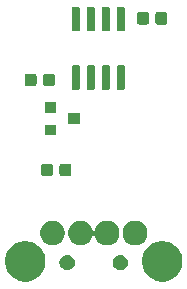
<source format=gbr>
G04 #@! TF.GenerationSoftware,KiCad,Pcbnew,(5.1.5)-3*
G04 #@! TF.CreationDate,2021-04-30T23:34:10+03:00*
G04 #@! TF.ProjectId,HM10USBDongle,484d3130-5553-4424-946f-6e676c652e6b,rev?*
G04 #@! TF.SameCoordinates,Original*
G04 #@! TF.FileFunction,Soldermask,Bot*
G04 #@! TF.FilePolarity,Negative*
%FSLAX46Y46*%
G04 Gerber Fmt 4.6, Leading zero omitted, Abs format (unit mm)*
G04 Created by KiCad (PCBNEW (5.1.5)-3) date 2021-04-30 23:34:10*
%MOMM*%
%LPD*%
G04 APERTURE LIST*
%ADD10C,0.100000*%
G04 APERTURE END LIST*
D10*
G36*
X139918354Y-93330375D02*
G01*
X140028439Y-93352272D01*
X140339534Y-93481132D01*
X140619512Y-93668207D01*
X140857613Y-93906308D01*
X141044688Y-94186286D01*
X141161622Y-94468588D01*
X141173548Y-94497382D01*
X141231049Y-94786454D01*
X141239240Y-94827637D01*
X141239240Y-95164363D01*
X141173548Y-95494619D01*
X141044688Y-95805714D01*
X140857613Y-96085692D01*
X140619512Y-96323793D01*
X140339534Y-96510868D01*
X140028439Y-96639728D01*
X139918354Y-96661625D01*
X139698185Y-96705420D01*
X139361455Y-96705420D01*
X139141286Y-96661625D01*
X139031201Y-96639728D01*
X138720106Y-96510868D01*
X138440128Y-96323793D01*
X138202027Y-96085692D01*
X138014952Y-95805714D01*
X137886092Y-95494619D01*
X137820400Y-95164363D01*
X137820400Y-94827637D01*
X137828592Y-94786454D01*
X137886092Y-94497382D01*
X137898019Y-94468588D01*
X138014952Y-94186286D01*
X138202027Y-93906308D01*
X138440128Y-93668207D01*
X138720106Y-93481132D01*
X139031201Y-93352272D01*
X139141286Y-93330375D01*
X139361455Y-93286580D01*
X139698185Y-93286580D01*
X139918354Y-93330375D01*
G37*
G36*
X128320714Y-93330375D02*
G01*
X128430799Y-93352272D01*
X128741894Y-93481132D01*
X129021872Y-93668207D01*
X129259973Y-93906308D01*
X129447048Y-94186286D01*
X129563982Y-94468588D01*
X129575908Y-94497382D01*
X129633409Y-94786454D01*
X129641600Y-94827637D01*
X129641600Y-95164363D01*
X129575908Y-95494619D01*
X129447048Y-95805714D01*
X129259973Y-96085692D01*
X129021872Y-96323793D01*
X128741894Y-96510868D01*
X128430799Y-96639728D01*
X128320714Y-96661625D01*
X128100545Y-96705420D01*
X127763815Y-96705420D01*
X127543646Y-96661625D01*
X127433561Y-96639728D01*
X127122466Y-96510868D01*
X126842488Y-96323793D01*
X126604387Y-96085692D01*
X126417312Y-95805714D01*
X126288452Y-95494619D01*
X126222760Y-95164363D01*
X126222760Y-94827637D01*
X126230952Y-94786454D01*
X126288452Y-94497382D01*
X126300379Y-94468588D01*
X126417312Y-94186286D01*
X126604387Y-93906308D01*
X126842488Y-93668207D01*
X127122466Y-93481132D01*
X127433561Y-93352272D01*
X127543646Y-93330375D01*
X127763815Y-93286580D01*
X128100545Y-93286580D01*
X128320714Y-93330375D01*
G37*
G36*
X136168937Y-94468587D02*
G01*
X136287507Y-94517700D01*
X136394211Y-94588997D01*
X136484963Y-94679749D01*
X136556260Y-94786453D01*
X136605373Y-94905023D01*
X136630410Y-95030891D01*
X136630410Y-95159229D01*
X136605373Y-95285097D01*
X136556260Y-95403667D01*
X136484963Y-95510371D01*
X136394211Y-95601123D01*
X136287507Y-95672420D01*
X136168937Y-95721533D01*
X136043069Y-95746570D01*
X135914731Y-95746570D01*
X135788863Y-95721533D01*
X135670293Y-95672420D01*
X135563589Y-95601123D01*
X135472837Y-95510371D01*
X135401540Y-95403667D01*
X135352427Y-95285097D01*
X135327390Y-95159229D01*
X135327390Y-95030891D01*
X135352427Y-94905023D01*
X135401540Y-94786453D01*
X135472837Y-94679749D01*
X135563589Y-94588997D01*
X135670293Y-94517700D01*
X135788863Y-94468587D01*
X135914731Y-94443550D01*
X136043069Y-94443550D01*
X136168937Y-94468587D01*
G37*
G36*
X131673137Y-94468587D02*
G01*
X131791707Y-94517700D01*
X131898411Y-94588997D01*
X131989163Y-94679749D01*
X132060460Y-94786453D01*
X132109573Y-94905023D01*
X132134610Y-95030891D01*
X132134610Y-95159229D01*
X132109573Y-95285097D01*
X132060460Y-95403667D01*
X131989163Y-95510371D01*
X131898411Y-95601123D01*
X131791707Y-95672420D01*
X131673137Y-95721533D01*
X131547269Y-95746570D01*
X131418931Y-95746570D01*
X131293063Y-95721533D01*
X131174493Y-95672420D01*
X131067789Y-95601123D01*
X130977037Y-95510371D01*
X130905740Y-95403667D01*
X130856627Y-95285097D01*
X130831590Y-95159229D01*
X130831590Y-95030891D01*
X130856627Y-94905023D01*
X130905740Y-94786453D01*
X130977037Y-94679749D01*
X131067789Y-94588997D01*
X131174493Y-94517700D01*
X131293063Y-94468587D01*
X131418931Y-94443550D01*
X131547269Y-94443550D01*
X131673137Y-94468587D01*
G37*
G36*
X137532345Y-91596860D02*
G01*
X137721868Y-91675363D01*
X137892434Y-91789332D01*
X138037488Y-91934386D01*
X138151457Y-92104952D01*
X138229960Y-92294475D01*
X138269980Y-92495671D01*
X138269980Y-92700809D01*
X138229960Y-92902005D01*
X138151457Y-93091528D01*
X138037488Y-93262094D01*
X137892434Y-93407148D01*
X137721868Y-93521117D01*
X137721867Y-93521118D01*
X137721866Y-93521118D01*
X137532345Y-93599620D01*
X137331150Y-93639640D01*
X137126010Y-93639640D01*
X136924815Y-93599620D01*
X136735294Y-93521118D01*
X136735293Y-93521118D01*
X136735292Y-93521117D01*
X136564726Y-93407148D01*
X136419672Y-93262094D01*
X136305703Y-93091528D01*
X136227200Y-92902005D01*
X136187180Y-92700809D01*
X136187180Y-92495671D01*
X136227200Y-92294475D01*
X136305703Y-92104952D01*
X136419672Y-91934386D01*
X136564726Y-91789332D01*
X136735292Y-91675363D01*
X136924815Y-91596860D01*
X137126010Y-91556840D01*
X137331150Y-91556840D01*
X137532345Y-91596860D01*
G37*
G36*
X130537185Y-91596860D02*
G01*
X130726708Y-91675363D01*
X130897274Y-91789332D01*
X131042328Y-91934386D01*
X131156297Y-92104952D01*
X131234800Y-92294475D01*
X131274820Y-92495671D01*
X131274820Y-92700809D01*
X131234800Y-92902005D01*
X131156297Y-93091528D01*
X131042328Y-93262094D01*
X130897274Y-93407148D01*
X130726708Y-93521117D01*
X130726707Y-93521118D01*
X130726706Y-93521118D01*
X130537185Y-93599620D01*
X130335990Y-93639640D01*
X130130850Y-93639640D01*
X129929655Y-93599620D01*
X129740134Y-93521118D01*
X129740133Y-93521118D01*
X129740132Y-93521117D01*
X129569566Y-93407148D01*
X129424512Y-93262094D01*
X129310543Y-93091528D01*
X129232040Y-92902005D01*
X129192020Y-92700809D01*
X129192020Y-92495671D01*
X129232040Y-92294475D01*
X129310543Y-92104952D01*
X129424512Y-91934386D01*
X129569566Y-91789332D01*
X129740132Y-91675363D01*
X129929655Y-91596860D01*
X130130850Y-91556840D01*
X130335990Y-91556840D01*
X130537185Y-91596860D01*
G37*
G36*
X132909545Y-91596860D02*
G01*
X133099068Y-91675363D01*
X133269634Y-91789332D01*
X133414688Y-91934386D01*
X133414689Y-91934388D01*
X133528658Y-92104954D01*
X133607160Y-92294475D01*
X133608403Y-92300725D01*
X133615516Y-92324174D01*
X133627067Y-92345784D01*
X133642612Y-92364726D01*
X133661554Y-92380272D01*
X133683165Y-92391823D01*
X133706613Y-92398936D01*
X133731000Y-92401338D01*
X133755386Y-92398936D01*
X133778835Y-92391823D01*
X133800445Y-92380272D01*
X133819387Y-92364727D01*
X133834933Y-92345785D01*
X133846484Y-92324174D01*
X133853597Y-92300725D01*
X133854840Y-92294475D01*
X133933342Y-92104954D01*
X134047311Y-91934388D01*
X134047312Y-91934386D01*
X134192366Y-91789332D01*
X134362932Y-91675363D01*
X134552455Y-91596860D01*
X134753650Y-91556840D01*
X134958790Y-91556840D01*
X135159985Y-91596860D01*
X135349508Y-91675363D01*
X135520074Y-91789332D01*
X135665128Y-91934386D01*
X135779097Y-92104952D01*
X135857600Y-92294475D01*
X135897620Y-92495671D01*
X135897620Y-92700809D01*
X135857600Y-92902005D01*
X135779097Y-93091528D01*
X135665128Y-93262094D01*
X135520074Y-93407148D01*
X135349508Y-93521117D01*
X135349507Y-93521118D01*
X135349506Y-93521118D01*
X135159985Y-93599620D01*
X134958790Y-93639640D01*
X134753650Y-93639640D01*
X134552455Y-93599620D01*
X134362934Y-93521118D01*
X134362933Y-93521118D01*
X134362932Y-93521117D01*
X134192366Y-93407148D01*
X134047312Y-93262094D01*
X133933343Y-93091528D01*
X133854840Y-92902005D01*
X133853596Y-92895753D01*
X133846484Y-92872306D01*
X133834933Y-92850696D01*
X133819388Y-92831754D01*
X133800446Y-92816208D01*
X133778835Y-92804657D01*
X133755387Y-92797544D01*
X133731000Y-92795142D01*
X133706614Y-92797544D01*
X133683165Y-92804657D01*
X133661555Y-92816208D01*
X133642613Y-92831753D01*
X133627067Y-92850695D01*
X133615516Y-92872306D01*
X133608404Y-92895753D01*
X133607160Y-92902005D01*
X133528657Y-93091528D01*
X133414688Y-93262094D01*
X133269634Y-93407148D01*
X133099068Y-93521117D01*
X133099067Y-93521118D01*
X133099066Y-93521118D01*
X132909545Y-93599620D01*
X132708350Y-93639640D01*
X132503210Y-93639640D01*
X132302015Y-93599620D01*
X132112494Y-93521118D01*
X132112493Y-93521118D01*
X132112492Y-93521117D01*
X131941926Y-93407148D01*
X131796872Y-93262094D01*
X131682903Y-93091528D01*
X131604400Y-92902005D01*
X131564380Y-92700809D01*
X131564380Y-92495671D01*
X131604400Y-92294475D01*
X131682903Y-92104952D01*
X131796872Y-91934386D01*
X131941926Y-91789332D01*
X132112492Y-91675363D01*
X132302015Y-91596860D01*
X132503210Y-91556840D01*
X132708350Y-91556840D01*
X132909545Y-91596860D01*
G37*
G36*
X131680560Y-86727205D02*
G01*
X131715713Y-86737869D01*
X131748110Y-86755186D01*
X131776509Y-86778491D01*
X131799814Y-86806890D01*
X131817131Y-86839287D01*
X131827795Y-86874440D01*
X131832000Y-86917140D01*
X131832000Y-87580860D01*
X131827795Y-87623560D01*
X131817131Y-87658713D01*
X131799814Y-87691110D01*
X131776509Y-87719509D01*
X131748110Y-87742814D01*
X131715713Y-87760131D01*
X131680560Y-87770795D01*
X131637860Y-87775000D01*
X131024140Y-87775000D01*
X130981440Y-87770795D01*
X130946287Y-87760131D01*
X130913890Y-87742814D01*
X130885491Y-87719509D01*
X130862186Y-87691110D01*
X130844869Y-87658713D01*
X130834205Y-87623560D01*
X130830000Y-87580860D01*
X130830000Y-86917140D01*
X130834205Y-86874440D01*
X130844869Y-86839287D01*
X130862186Y-86806890D01*
X130885491Y-86778491D01*
X130913890Y-86755186D01*
X130946287Y-86737869D01*
X130981440Y-86727205D01*
X131024140Y-86723000D01*
X131637860Y-86723000D01*
X131680560Y-86727205D01*
G37*
G36*
X130130560Y-86727205D02*
G01*
X130165713Y-86737869D01*
X130198110Y-86755186D01*
X130226509Y-86778491D01*
X130249814Y-86806890D01*
X130267131Y-86839287D01*
X130277795Y-86874440D01*
X130282000Y-86917140D01*
X130282000Y-87580860D01*
X130277795Y-87623560D01*
X130267131Y-87658713D01*
X130249814Y-87691110D01*
X130226509Y-87719509D01*
X130198110Y-87742814D01*
X130165713Y-87760131D01*
X130130560Y-87770795D01*
X130087860Y-87775000D01*
X129474140Y-87775000D01*
X129431440Y-87770795D01*
X129396287Y-87760131D01*
X129363890Y-87742814D01*
X129335491Y-87719509D01*
X129312186Y-87691110D01*
X129294869Y-87658713D01*
X129284205Y-87623560D01*
X129280000Y-87580860D01*
X129280000Y-86917140D01*
X129284205Y-86874440D01*
X129294869Y-86839287D01*
X129312186Y-86806890D01*
X129335491Y-86778491D01*
X129363890Y-86755186D01*
X129396287Y-86737869D01*
X129431440Y-86727205D01*
X129474140Y-86723000D01*
X130087860Y-86723000D01*
X130130560Y-86727205D01*
G37*
G36*
X130565000Y-84332000D02*
G01*
X129563000Y-84332000D01*
X129563000Y-83430000D01*
X130565000Y-83430000D01*
X130565000Y-84332000D01*
G37*
G36*
X132565000Y-83382000D02*
G01*
X131563000Y-83382000D01*
X131563000Y-82480000D01*
X132565000Y-82480000D01*
X132565000Y-83382000D01*
G37*
G36*
X130565000Y-82432000D02*
G01*
X129563000Y-82432000D01*
X129563000Y-81530000D01*
X130565000Y-81530000D01*
X130565000Y-82432000D01*
G37*
G36*
X132466928Y-78413764D02*
G01*
X132488009Y-78420160D01*
X132507445Y-78430548D01*
X132524476Y-78444524D01*
X132538452Y-78461555D01*
X132548840Y-78480991D01*
X132555236Y-78502072D01*
X132558000Y-78530140D01*
X132558000Y-80343860D01*
X132555236Y-80371928D01*
X132548840Y-80393009D01*
X132538452Y-80412445D01*
X132524476Y-80429476D01*
X132507445Y-80443452D01*
X132488009Y-80453840D01*
X132466928Y-80460236D01*
X132438860Y-80463000D01*
X131975140Y-80463000D01*
X131947072Y-80460236D01*
X131925991Y-80453840D01*
X131906555Y-80443452D01*
X131889524Y-80429476D01*
X131875548Y-80412445D01*
X131865160Y-80393009D01*
X131858764Y-80371928D01*
X131856000Y-80343860D01*
X131856000Y-78530140D01*
X131858764Y-78502072D01*
X131865160Y-78480991D01*
X131875548Y-78461555D01*
X131889524Y-78444524D01*
X131906555Y-78430548D01*
X131925991Y-78420160D01*
X131947072Y-78413764D01*
X131975140Y-78411000D01*
X132438860Y-78411000D01*
X132466928Y-78413764D01*
G37*
G36*
X133736928Y-78413764D02*
G01*
X133758009Y-78420160D01*
X133777445Y-78430548D01*
X133794476Y-78444524D01*
X133808452Y-78461555D01*
X133818840Y-78480991D01*
X133825236Y-78502072D01*
X133828000Y-78530140D01*
X133828000Y-80343860D01*
X133825236Y-80371928D01*
X133818840Y-80393009D01*
X133808452Y-80412445D01*
X133794476Y-80429476D01*
X133777445Y-80443452D01*
X133758009Y-80453840D01*
X133736928Y-80460236D01*
X133708860Y-80463000D01*
X133245140Y-80463000D01*
X133217072Y-80460236D01*
X133195991Y-80453840D01*
X133176555Y-80443452D01*
X133159524Y-80429476D01*
X133145548Y-80412445D01*
X133135160Y-80393009D01*
X133128764Y-80371928D01*
X133126000Y-80343860D01*
X133126000Y-78530140D01*
X133128764Y-78502072D01*
X133135160Y-78480991D01*
X133145548Y-78461555D01*
X133159524Y-78444524D01*
X133176555Y-78430548D01*
X133195991Y-78420160D01*
X133217072Y-78413764D01*
X133245140Y-78411000D01*
X133708860Y-78411000D01*
X133736928Y-78413764D01*
G37*
G36*
X135006928Y-78413764D02*
G01*
X135028009Y-78420160D01*
X135047445Y-78430548D01*
X135064476Y-78444524D01*
X135078452Y-78461555D01*
X135088840Y-78480991D01*
X135095236Y-78502072D01*
X135098000Y-78530140D01*
X135098000Y-80343860D01*
X135095236Y-80371928D01*
X135088840Y-80393009D01*
X135078452Y-80412445D01*
X135064476Y-80429476D01*
X135047445Y-80443452D01*
X135028009Y-80453840D01*
X135006928Y-80460236D01*
X134978860Y-80463000D01*
X134515140Y-80463000D01*
X134487072Y-80460236D01*
X134465991Y-80453840D01*
X134446555Y-80443452D01*
X134429524Y-80429476D01*
X134415548Y-80412445D01*
X134405160Y-80393009D01*
X134398764Y-80371928D01*
X134396000Y-80343860D01*
X134396000Y-78530140D01*
X134398764Y-78502072D01*
X134405160Y-78480991D01*
X134415548Y-78461555D01*
X134429524Y-78444524D01*
X134446555Y-78430548D01*
X134465991Y-78420160D01*
X134487072Y-78413764D01*
X134515140Y-78411000D01*
X134978860Y-78411000D01*
X135006928Y-78413764D01*
G37*
G36*
X136276928Y-78413764D02*
G01*
X136298009Y-78420160D01*
X136317445Y-78430548D01*
X136334476Y-78444524D01*
X136348452Y-78461555D01*
X136358840Y-78480991D01*
X136365236Y-78502072D01*
X136368000Y-78530140D01*
X136368000Y-80343860D01*
X136365236Y-80371928D01*
X136358840Y-80393009D01*
X136348452Y-80412445D01*
X136334476Y-80429476D01*
X136317445Y-80443452D01*
X136298009Y-80453840D01*
X136276928Y-80460236D01*
X136248860Y-80463000D01*
X135785140Y-80463000D01*
X135757072Y-80460236D01*
X135735991Y-80453840D01*
X135716555Y-80443452D01*
X135699524Y-80429476D01*
X135685548Y-80412445D01*
X135675160Y-80393009D01*
X135668764Y-80371928D01*
X135666000Y-80343860D01*
X135666000Y-78530140D01*
X135668764Y-78502072D01*
X135675160Y-78480991D01*
X135685548Y-78461555D01*
X135699524Y-78444524D01*
X135716555Y-78430548D01*
X135735991Y-78420160D01*
X135757072Y-78413764D01*
X135785140Y-78411000D01*
X136248860Y-78411000D01*
X136276928Y-78413764D01*
G37*
G36*
X128733560Y-79107205D02*
G01*
X128768713Y-79117869D01*
X128801110Y-79135186D01*
X128829509Y-79158491D01*
X128852814Y-79186890D01*
X128870131Y-79219287D01*
X128880795Y-79254440D01*
X128885000Y-79297140D01*
X128885000Y-79960860D01*
X128880795Y-80003560D01*
X128870131Y-80038713D01*
X128852814Y-80071110D01*
X128829509Y-80099509D01*
X128801110Y-80122814D01*
X128768713Y-80140131D01*
X128733560Y-80150795D01*
X128690860Y-80155000D01*
X128077140Y-80155000D01*
X128034440Y-80150795D01*
X127999287Y-80140131D01*
X127966890Y-80122814D01*
X127938491Y-80099509D01*
X127915186Y-80071110D01*
X127897869Y-80038713D01*
X127887205Y-80003560D01*
X127883000Y-79960860D01*
X127883000Y-79297140D01*
X127887205Y-79254440D01*
X127897869Y-79219287D01*
X127915186Y-79186890D01*
X127938491Y-79158491D01*
X127966890Y-79135186D01*
X127999287Y-79117869D01*
X128034440Y-79107205D01*
X128077140Y-79103000D01*
X128690860Y-79103000D01*
X128733560Y-79107205D01*
G37*
G36*
X130283560Y-79107205D02*
G01*
X130318713Y-79117869D01*
X130351110Y-79135186D01*
X130379509Y-79158491D01*
X130402814Y-79186890D01*
X130420131Y-79219287D01*
X130430795Y-79254440D01*
X130435000Y-79297140D01*
X130435000Y-79960860D01*
X130430795Y-80003560D01*
X130420131Y-80038713D01*
X130402814Y-80071110D01*
X130379509Y-80099509D01*
X130351110Y-80122814D01*
X130318713Y-80140131D01*
X130283560Y-80150795D01*
X130240860Y-80155000D01*
X129627140Y-80155000D01*
X129584440Y-80150795D01*
X129549287Y-80140131D01*
X129516890Y-80122814D01*
X129488491Y-80099509D01*
X129465186Y-80071110D01*
X129447869Y-80038713D01*
X129437205Y-80003560D01*
X129433000Y-79960860D01*
X129433000Y-79297140D01*
X129437205Y-79254440D01*
X129447869Y-79219287D01*
X129465186Y-79186890D01*
X129488491Y-79158491D01*
X129516890Y-79135186D01*
X129549287Y-79117869D01*
X129584440Y-79107205D01*
X129627140Y-79103000D01*
X130240860Y-79103000D01*
X130283560Y-79107205D01*
G37*
G36*
X132466928Y-73463764D02*
G01*
X132488009Y-73470160D01*
X132507445Y-73480548D01*
X132524476Y-73494524D01*
X132538452Y-73511555D01*
X132548840Y-73530991D01*
X132555236Y-73552072D01*
X132558000Y-73580140D01*
X132558000Y-75393860D01*
X132555236Y-75421928D01*
X132548840Y-75443009D01*
X132538452Y-75462445D01*
X132524476Y-75479476D01*
X132507445Y-75493452D01*
X132488009Y-75503840D01*
X132466928Y-75510236D01*
X132438860Y-75513000D01*
X131975140Y-75513000D01*
X131947072Y-75510236D01*
X131925991Y-75503840D01*
X131906555Y-75493452D01*
X131889524Y-75479476D01*
X131875548Y-75462445D01*
X131865160Y-75443009D01*
X131858764Y-75421928D01*
X131856000Y-75393860D01*
X131856000Y-73580140D01*
X131858764Y-73552072D01*
X131865160Y-73530991D01*
X131875548Y-73511555D01*
X131889524Y-73494524D01*
X131906555Y-73480548D01*
X131925991Y-73470160D01*
X131947072Y-73463764D01*
X131975140Y-73461000D01*
X132438860Y-73461000D01*
X132466928Y-73463764D01*
G37*
G36*
X133736928Y-73463764D02*
G01*
X133758009Y-73470160D01*
X133777445Y-73480548D01*
X133794476Y-73494524D01*
X133808452Y-73511555D01*
X133818840Y-73530991D01*
X133825236Y-73552072D01*
X133828000Y-73580140D01*
X133828000Y-75393860D01*
X133825236Y-75421928D01*
X133818840Y-75443009D01*
X133808452Y-75462445D01*
X133794476Y-75479476D01*
X133777445Y-75493452D01*
X133758009Y-75503840D01*
X133736928Y-75510236D01*
X133708860Y-75513000D01*
X133245140Y-75513000D01*
X133217072Y-75510236D01*
X133195991Y-75503840D01*
X133176555Y-75493452D01*
X133159524Y-75479476D01*
X133145548Y-75462445D01*
X133135160Y-75443009D01*
X133128764Y-75421928D01*
X133126000Y-75393860D01*
X133126000Y-73580140D01*
X133128764Y-73552072D01*
X133135160Y-73530991D01*
X133145548Y-73511555D01*
X133159524Y-73494524D01*
X133176555Y-73480548D01*
X133195991Y-73470160D01*
X133217072Y-73463764D01*
X133245140Y-73461000D01*
X133708860Y-73461000D01*
X133736928Y-73463764D01*
G37*
G36*
X135006928Y-73463764D02*
G01*
X135028009Y-73470160D01*
X135047445Y-73480548D01*
X135064476Y-73494524D01*
X135078452Y-73511555D01*
X135088840Y-73530991D01*
X135095236Y-73552072D01*
X135098000Y-73580140D01*
X135098000Y-75393860D01*
X135095236Y-75421928D01*
X135088840Y-75443009D01*
X135078452Y-75462445D01*
X135064476Y-75479476D01*
X135047445Y-75493452D01*
X135028009Y-75503840D01*
X135006928Y-75510236D01*
X134978860Y-75513000D01*
X134515140Y-75513000D01*
X134487072Y-75510236D01*
X134465991Y-75503840D01*
X134446555Y-75493452D01*
X134429524Y-75479476D01*
X134415548Y-75462445D01*
X134405160Y-75443009D01*
X134398764Y-75421928D01*
X134396000Y-75393860D01*
X134396000Y-73580140D01*
X134398764Y-73552072D01*
X134405160Y-73530991D01*
X134415548Y-73511555D01*
X134429524Y-73494524D01*
X134446555Y-73480548D01*
X134465991Y-73470160D01*
X134487072Y-73463764D01*
X134515140Y-73461000D01*
X134978860Y-73461000D01*
X135006928Y-73463764D01*
G37*
G36*
X136276928Y-73463764D02*
G01*
X136298009Y-73470160D01*
X136317445Y-73480548D01*
X136334476Y-73494524D01*
X136348452Y-73511555D01*
X136358840Y-73530991D01*
X136365236Y-73552072D01*
X136368000Y-73580140D01*
X136368000Y-75393860D01*
X136365236Y-75421928D01*
X136358840Y-75443009D01*
X136348452Y-75462445D01*
X136334476Y-75479476D01*
X136317445Y-75493452D01*
X136298009Y-75503840D01*
X136276928Y-75510236D01*
X136248860Y-75513000D01*
X135785140Y-75513000D01*
X135757072Y-75510236D01*
X135735991Y-75503840D01*
X135716555Y-75493452D01*
X135699524Y-75479476D01*
X135685548Y-75462445D01*
X135675160Y-75443009D01*
X135668764Y-75421928D01*
X135666000Y-75393860D01*
X135666000Y-73580140D01*
X135668764Y-73552072D01*
X135675160Y-73530991D01*
X135685548Y-73511555D01*
X135699524Y-73494524D01*
X135716555Y-73480548D01*
X135735991Y-73470160D01*
X135757072Y-73463764D01*
X135785140Y-73461000D01*
X136248860Y-73461000D01*
X136276928Y-73463764D01*
G37*
G36*
X138258560Y-73900205D02*
G01*
X138293713Y-73910869D01*
X138326110Y-73928186D01*
X138354509Y-73951491D01*
X138377814Y-73979890D01*
X138395131Y-74012287D01*
X138405795Y-74047440D01*
X138410000Y-74090140D01*
X138410000Y-74753860D01*
X138405795Y-74796560D01*
X138395131Y-74831713D01*
X138377814Y-74864110D01*
X138354509Y-74892509D01*
X138326110Y-74915814D01*
X138293713Y-74933131D01*
X138258560Y-74943795D01*
X138215860Y-74948000D01*
X137602140Y-74948000D01*
X137559440Y-74943795D01*
X137524287Y-74933131D01*
X137491890Y-74915814D01*
X137463491Y-74892509D01*
X137440186Y-74864110D01*
X137422869Y-74831713D01*
X137412205Y-74796560D01*
X137408000Y-74753860D01*
X137408000Y-74090140D01*
X137412205Y-74047440D01*
X137422869Y-74012287D01*
X137440186Y-73979890D01*
X137463491Y-73951491D01*
X137491890Y-73928186D01*
X137524287Y-73910869D01*
X137559440Y-73900205D01*
X137602140Y-73896000D01*
X138215860Y-73896000D01*
X138258560Y-73900205D01*
G37*
G36*
X139808560Y-73900205D02*
G01*
X139843713Y-73910869D01*
X139876110Y-73928186D01*
X139904509Y-73951491D01*
X139927814Y-73979890D01*
X139945131Y-74012287D01*
X139955795Y-74047440D01*
X139960000Y-74090140D01*
X139960000Y-74753860D01*
X139955795Y-74796560D01*
X139945131Y-74831713D01*
X139927814Y-74864110D01*
X139904509Y-74892509D01*
X139876110Y-74915814D01*
X139843713Y-74933131D01*
X139808560Y-74943795D01*
X139765860Y-74948000D01*
X139152140Y-74948000D01*
X139109440Y-74943795D01*
X139074287Y-74933131D01*
X139041890Y-74915814D01*
X139013491Y-74892509D01*
X138990186Y-74864110D01*
X138972869Y-74831713D01*
X138962205Y-74796560D01*
X138958000Y-74753860D01*
X138958000Y-74090140D01*
X138962205Y-74047440D01*
X138972869Y-74012287D01*
X138990186Y-73979890D01*
X139013491Y-73951491D01*
X139041890Y-73928186D01*
X139074287Y-73910869D01*
X139109440Y-73900205D01*
X139152140Y-73896000D01*
X139765860Y-73896000D01*
X139808560Y-73900205D01*
G37*
M02*

</source>
